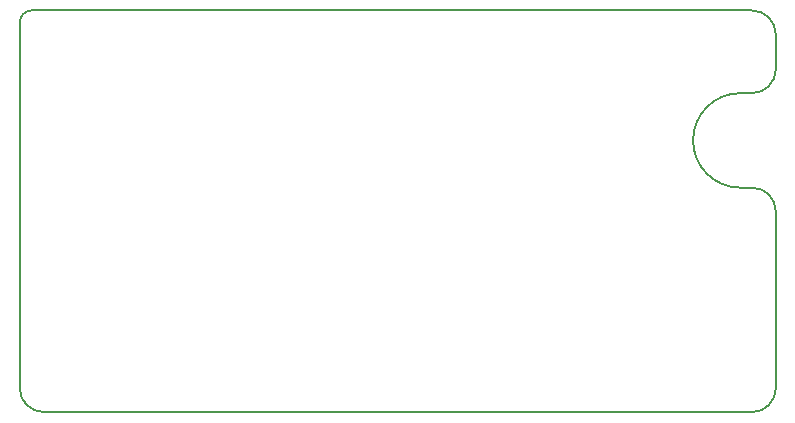
<source format=gko>
G04 #@! TF.FileFunction,Profile,NP*
%FSLAX46Y46*%
G04 Gerber Fmt 4.6, Leading zero omitted, Abs format (unit mm)*
G04 Created by KiCad (PCBNEW 4.0.7) date 06/15/19 08:17:50*
%MOMM*%
%LPD*%
G01*
G04 APERTURE LIST*
%ADD10C,0.100000*%
%ADD11C,0.150000*%
G04 APERTURE END LIST*
D10*
D11*
X100998000Y-87365000D02*
X100998000Y-90365000D01*
X37998000Y-85365000D02*
X98998000Y-85365000D01*
X36998000Y-117365000D02*
X36998000Y-86365000D01*
X38998000Y-119365000D02*
X98998000Y-119365000D01*
X97998000Y-100365000D02*
X98998000Y-100365000D01*
X97998000Y-92365000D02*
X98998000Y-92365000D01*
X100998000Y-102365000D02*
X100998000Y-117365000D01*
X97998000Y-92365000D02*
G75*
G03X93998000Y-96365000I0J-4000000D01*
G01*
X93998000Y-96365000D02*
G75*
G03X97998000Y-100365000I4000000J0D01*
G01*
X98998000Y-92365000D02*
G75*
G03X100998000Y-90365000I0J2000000D01*
G01*
X100998000Y-102365000D02*
G75*
G03X98998000Y-100365000I-2000000J0D01*
G01*
X37998000Y-85365000D02*
G75*
G03X36998000Y-86365000I0J-1000000D01*
G01*
X100998000Y-87365000D02*
G75*
G03X98998000Y-85365000I-2000000J0D01*
G01*
X98998000Y-119365000D02*
G75*
G03X100998000Y-117365000I0J2000000D01*
G01*
X36998000Y-117365000D02*
G75*
G03X38998000Y-119365000I2000000J0D01*
G01*
M02*

</source>
